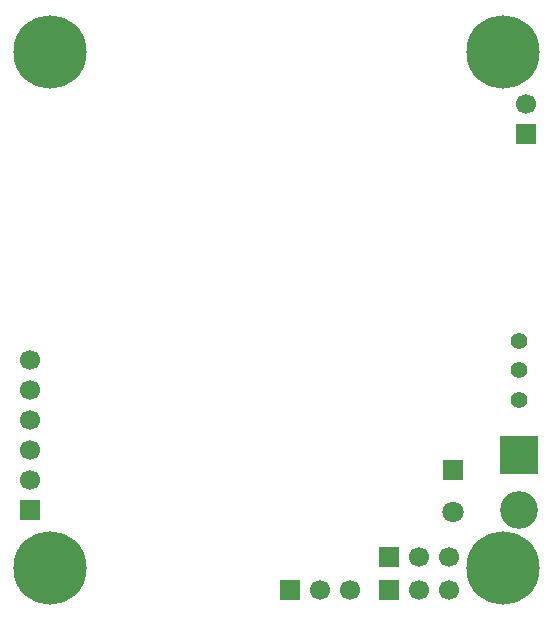
<source format=gbs>
G04 #@! TF.FileFunction,Soldermask,Bot*
%FSLAX46Y46*%
G04 Gerber Fmt 4.6, Leading zero omitted, Abs format (unit mm)*
G04 Created by KiCad (PCBNEW 4.0.2-stable) date 18.04.2016 19:48:57*
%MOMM*%
G01*
G04 APERTURE LIST*
%ADD10C,0.100000*%
%ADD11R,1.800000X1.800000*%
%ADD12C,1.800000*%
%ADD13C,6.200000*%
%ADD14C,1.400000*%
%ADD15R,1.700000X1.700000*%
%ADD16C,1.700000*%
%ADD17R,3.200000X3.200000*%
%ADD18C,3.200000*%
G04 APERTURE END LIST*
D10*
D11*
X164400000Y-120450000D03*
D12*
X164400000Y-123950000D03*
D13*
X130300000Y-85000000D03*
X168700000Y-85000000D03*
X130300000Y-128700000D03*
X168700000Y-128700000D03*
D14*
X170000000Y-109500000D03*
X170000000Y-112000000D03*
X170000000Y-114500000D03*
D15*
X150600000Y-130600000D03*
D16*
X153140000Y-130600000D03*
X155680000Y-130600000D03*
D15*
X159000000Y-130600000D03*
D16*
X161540000Y-130600000D03*
X164080000Y-130600000D03*
D15*
X170600000Y-92000000D03*
D16*
X170600000Y-89460000D03*
D15*
X159000000Y-127800000D03*
D16*
X161540000Y-127800000D03*
X164080000Y-127800000D03*
D17*
X170000000Y-119200000D03*
D18*
X170000000Y-123800000D03*
D15*
X128600000Y-123800000D03*
D16*
X128600000Y-121260000D03*
X128600000Y-118720000D03*
X128600000Y-116180000D03*
X128600000Y-113640000D03*
X128600000Y-111100000D03*
M02*

</source>
